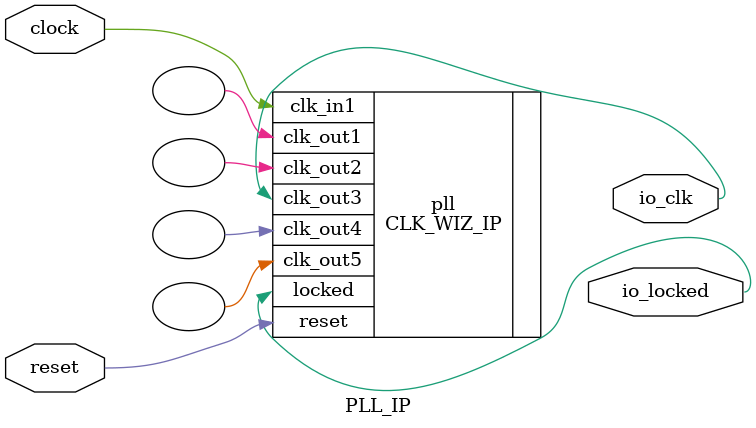
<source format=sv>
`ifndef RANDOMIZE
  `ifdef RANDOMIZE_MEM_INIT
    `define RANDOMIZE
  `endif // RANDOMIZE_MEM_INIT
`endif // not def RANDOMIZE
`ifndef RANDOMIZE
  `ifdef RANDOMIZE_REG_INIT
    `define RANDOMIZE
  `endif // RANDOMIZE_REG_INIT
`endif // not def RANDOMIZE

`ifndef RANDOM
  `define RANDOM $random
`endif // not def RANDOM

// Users can define INIT_RANDOM as general code that gets injected into the
// initializer block for modules with registers.
`ifndef INIT_RANDOM
  `define INIT_RANDOM
`endif // not def INIT_RANDOM

// If using random initialization, you can also define RANDOMIZE_DELAY to
// customize the delay used, otherwise 0.002 is used.
`ifndef RANDOMIZE_DELAY
  `define RANDOMIZE_DELAY 0.002
`endif // not def RANDOMIZE_DELAY

// Define INIT_RANDOM_PROLOG_ for use in our modules below.
`ifndef INIT_RANDOM_PROLOG_
  `ifdef RANDOMIZE
    `ifdef VERILATOR
      `define INIT_RANDOM_PROLOG_ `INIT_RANDOM
    `else  // VERILATOR
      `define INIT_RANDOM_PROLOG_ `INIT_RANDOM #`RANDOMIZE_DELAY begin end
    `endif // VERILATOR
  `else  // RANDOMIZE
    `define INIT_RANDOM_PROLOG_
  `endif // RANDOMIZE
`endif // not def INIT_RANDOM_PROLOG_

// Include register initializers in init blocks unless synthesis is set
`ifndef SYNTHESIS
  `ifndef ENABLE_INITIAL_REG_
    `define ENABLE_INITIAL_REG_
  `endif // not def ENABLE_INITIAL_REG_
`endif // not def SYNTHESIS

// Include rmemory initializers in init blocks unless synthesis is set
`ifndef SYNTHESIS
  `ifndef ENABLE_INITIAL_MEM_
    `define ENABLE_INITIAL_MEM_
  `endif // not def ENABLE_INITIAL_MEM_
`endif // not def SYNTHESIS

// Standard header to adapt well known macros for prints and assertions.

// Users can define 'PRINTF_COND' to add an extra gate to prints.
`ifndef PRINTF_COND_
  `ifdef PRINTF_COND
    `define PRINTF_COND_ (`PRINTF_COND)
  `else  // PRINTF_COND
    `define PRINTF_COND_ 1
  `endif // PRINTF_COND
`endif // not def PRINTF_COND_

// Users can define 'ASSERT_VERBOSE_COND' to add an extra gate to assert error printing.
`ifndef ASSERT_VERBOSE_COND_
  `ifdef ASSERT_VERBOSE_COND
    `define ASSERT_VERBOSE_COND_ (`ASSERT_VERBOSE_COND)
  `else  // ASSERT_VERBOSE_COND
    `define ASSERT_VERBOSE_COND_ 1
  `endif // ASSERT_VERBOSE_COND
`endif // not def ASSERT_VERBOSE_COND_

// Users can define 'STOP_COND' to add an extra gate to stop conditions.
`ifndef STOP_COND_
  `ifdef STOP_COND
    `define STOP_COND_ (`STOP_COND)
  `else  // STOP_COND
    `define STOP_COND_ 1
  `endif // STOP_COND
`endif // not def STOP_COND_

module PLL_IP(	// @[src/main/scala/npc/fpga/PLL_IP.scala:25:7]
  input  clock,	// @[src/main/scala/npc/fpga/PLL_IP.scala:25:7]
         reset,	// @[src/main/scala/npc/fpga/PLL_IP.scala:25:7]
  output io_locked,	// @[src/main/scala/npc/fpga/PLL_IP.scala:26:14]
         io_clk	// @[src/main/scala/npc/fpga/PLL_IP.scala:26:14]
);

  CLK_WIZ_IP pll (	// @[src/main/scala/npc/fpga/PLL_IP.scala:30:19]
    .clk_out1 (/* unused */),
    .clk_out2 (/* unused */),
    .clk_out3 (io_clk),
    .clk_out4 (/* unused */),
    .clk_out5 (/* unused */),
    .reset    (reset),
    .locked   (io_locked),
    .clk_in1  (clock)
  );
endmodule


</source>
